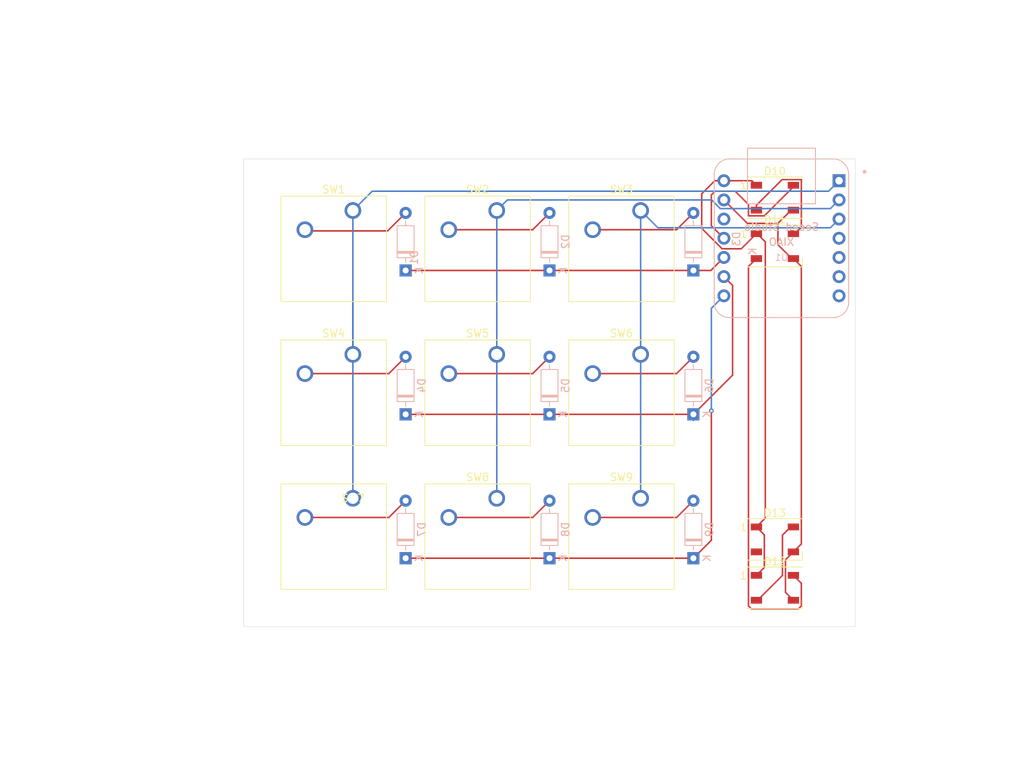
<source format=kicad_pcb>
(kicad_pcb (version 20240108) (generator "pcbnew") (generator_version "8.0")
  (layers (0 "F.Cu" signal) (31 "B.Cu" signal) (34 "B.Paste" user) (35 "F.Paste" user) (36 "B.SilkS" user "B.Silkscreen") (37 "F.SilkS" user "F.Silkscreen") (38 "B.Mask" user) (39 "F.Mask" user) (44 "Edge.Cuts" user))
  (net 0 "")
  (net 1 "Net-(D1-A)")
  (net 5 "Row 0")
  (net 6 "Net-(D11-DOUT)")
  (net 7 "Net-(D12-DOUT)")
  (net 8 "Net-(D2-A)")
  (net 9 "Net-(D3-A)")
  (net 10 "Net-(D4-A)")
  (net 11 "Row 1")
  (net 12 "Net-(D5-A)")
  (net 13 "Net-(D6-A)")
  (net 14 "Row 2")
  (net 15 "Net-(D7-A)")
  (net 16 "Net-(D8-A)")
  (net 17 "Net-(D9-A)")
  (net 18 "Col 0")
  (net 19 "Col 1")
  (net 20 "Col 2")
  (net 21 "GND")
  (net 22 "Net-(D10-DOUT)")
  (net 23 "VCC")
  (net 24 "WS2812B")
  (net 26 "SDA")
  (net 27 "SCL")
  (footprint "Button_Switch_Keyboard:SW_Cherry_MX_1.00u_PCB" (layer "F.Cu") (at 88.265 85.4075)
    (property "Reference" "SW7" (at 0 0 0) (layer "F.SilkS"))
    (property "Value" "SW_Push_45deg")
    (fp_line (start -9.525 -1.905) (end 4.445 -1.905) (stroke (width 0.12)) (layer "F.SilkS"))
    (fp_line (start -9.525 12.065) (end -9.525 -1.905) (stroke (width 0.12)) (layer "F.SilkS"))
    (fp_line (start 4.445 -1.905) (end 4.445 12.065) (stroke (width 0.12)) (layer "F.SilkS"))
    (fp_line (start 4.445 12.065) (end -9.525 12.065) (stroke (width 0.12)) (layer "F.SilkS"))
    (pad "" np_thru_hole circle (at -7.62 5.08) (size 1.7 1.7) (drill 1.7) (layers "*.Cu" "*.Mask"))
    (pad "" np_thru_hole circle (at -2.54 5.08) (size 4 4) (drill 4) (layers "*.Cu" "*.Mask"))
    (pad "" np_thru_hole circle (at 2.54 5.08) (size 1.7 1.7) (drill 1.7) (layers "*.Cu" "*.Mask"))
    (pad "1" thru_hole circle (at 0 0) (size 2.2 2.2) (drill 1.5) (layers "*.Cu" "*.Mask") (net 18 "Col 0"))
    (pad "2" thru_hole circle (at -6.35 2.54) (size 2.2 2.2) (drill 1.5) (layers "*.Cu" "*.Mask") (net 15 "Net-(D7-A)"))
  )
  (footprint "Button_Switch_Keyboard:SW_Cherry_MX_1.00u_PCB" (layer "F.Cu") (at 107.315 66.3575)
    (property "Reference" "SW5" (at -2.54 -2.794 0) (layer "F.SilkS"))
    (property "Value" "SW_Push_45deg")
    (fp_line (start -9.525 -1.905) (end 4.445 -1.905) (stroke (width 0.12)) (layer "F.SilkS"))
    (fp_line (start -9.525 12.065) (end -9.525 -1.905) (stroke (width 0.12)) (layer "F.SilkS"))
    (fp_line (start 4.445 -1.905) (end 4.445 12.065) (stroke (width 0.12)) (layer "F.SilkS"))
    (fp_line (start 4.445 12.065) (end -9.525 12.065) (stroke (width 0.12)) (layer "F.SilkS"))
    (pad "" np_thru_hole circle (at -7.62 5.08) (size 1.7 1.7) (drill 1.7) (layers "*.Cu" "*.Mask"))
    (pad "" np_thru_hole circle (at -2.54 5.08) (size 4 4) (drill 4) (layers "*.Cu" "*.Mask"))
    (pad "" np_thru_hole circle (at 2.54 5.08) (size 1.7 1.7) (drill 1.7) (layers "*.Cu" "*.Mask"))
    (pad "1" thru_hole circle (at 0 0) (size 2.2 2.2) (drill 1.5) (layers "*.Cu" "*.Mask") (net 19 "Col 1"))
    (pad "2" thru_hole circle (at -6.35 2.54) (size 2.2 2.2) (drill 1.5) (layers "*.Cu" "*.Mask") (net 12 "Net-(D5-A)"))
  )
  (footprint "LED_SMD:LED_WS2812B_PLCC4_5.0x5.0mm_P3.2mm" (layer "F.Cu") (at 144.14375 52.01875)
    (property "Reference" "D11" (at 0 -3.5 0) (layer "F.SilkS"))
    (property "Value" "WS2812B")
    (fp_line (start -3.65 -2.75) (end 3.65 -2.75) (stroke (width 0.12)) (layer "F.SilkS"))
    (fp_line (start -3.65 2.75) (end 3.65 2.75) (stroke (width 0.12)) (layer "F.SilkS"))
    (fp_line (start 3.65 2.75) (end 3.65 1.6) (stroke (width 0.12)) (layer "F.SilkS"))
    (fp_text user "1" (at -4.15 -1.6 0) (layer "F.SilkS"))
    (pad "1" smd rect (at -2.45 -1.65) (size 1.5 0.9) (layers "F.Cu" "F.Paste" "F.Mask") (net 23 "VCC"))
    (pad "2" smd rect (at -2.45 1.65) (size 1.5 0.9) (layers "F.Cu" "F.Paste" "F.Mask") (net 6 "Net-(D11-DOUT)"))
    (pad "3" smd rect (at 2.45 1.65) (size 1.5 0.9) (layers "F.Cu" "F.Paste" "F.Mask") (net 21 "GND"))
    (pad "4" smd rect (at 2.45 -1.65) (size 1.5 0.9) (layers "F.Cu" "F.Paste" "F.Mask") (net 22 "Net-(D10-DOUT)"))
  )
  (footprint "Button_Switch_Keyboard:SW_Cherry_MX_1.00u_PCB" (layer "F.Cu") (at 126.365 66.3575)
    (property "Reference" "SW6" (at -2.54 -2.794 0) (layer "F.SilkS"))
    (property "Value" "SW_Push_45deg")
    (fp_line (start -9.525 -1.905) (end 4.445 -1.905) (stroke (width 0.12)) (layer "F.SilkS"))
    (fp_line (start -9.525 12.065) (end -9.525 -1.905) (stroke (width 0.12)) (layer "F.SilkS"))
    (fp_line (start 4.445 -1.905) (end 4.445 12.065) (stroke (width 0.12)) (layer "F.SilkS"))
    (fp_line (start 4.445 12.065) (end -9.525 12.065) (stroke (width 0.12)) (layer "F.SilkS"))
    (pad "" np_thru_hole circle (at -7.62 5.08) (size 1.7 1.7) (drill 1.7) (layers "*.Cu" "*.Mask"))
    (pad "" np_thru_hole circle (at -2.54 5.08) (size 4 4) (drill 4) (layers "*.Cu" "*.Mask"))
    (pad "" np_thru_hole circle (at 2.54 5.08) (size 1.7 1.7) (drill 1.7) (layers "*.Cu" "*.Mask"))
    (pad "1" thru_hole circle (at 0 0) (size 2.2 2.2) (drill 1.5) (layers "*.Cu" "*.Mask") (net 20 "Col 2"))
    (pad "2" thru_hole circle (at -6.35 2.54) (size 2.2 2.2) (drill 1.5) (layers "*.Cu" "*.Mask") (net 13 "Net-(D6-A)"))
  )
  (footprint "Button_Switch_Keyboard:SW_Cherry_MX_1.00u_PCB" (layer "F.Cu") (at 88.265 47.3075)
    (property "Reference" "SW1" (at -2.54 -2.794 0) (layer "F.SilkS"))
    (property "Value" "SW_Push_45deg")
    (fp_line (start -9.525 -1.905) (end 4.445 -1.905) (stroke (width 0.12)) (layer "F.SilkS"))
    (fp_line (start -9.525 12.065) (end -9.525 -1.905) (stroke (width 0.12)) (layer "F.SilkS"))
    (fp_line (start 4.445 -1.905) (end 4.445 12.065) (stroke (width 0.12)) (layer "F.SilkS"))
    (fp_line (start 4.445 12.065) (end -9.525 12.065) (stroke (width 0.12)) (layer "F.SilkS"))
    (pad "" np_thru_hole circle (at -7.62 5.08) (size 1.7 1.7) (drill 1.7) (layers "*.Cu" "*.Mask"))
    (pad "" np_thru_hole circle (at -2.54 5.08) (size 4 4) (drill 4) (layers "*.Cu" "*.Mask"))
    (pad "" np_thru_hole circle (at 2.54 5.08) (size 1.7 1.7) (drill 1.7) (layers "*.Cu" "*.Mask"))
    (pad "1" thru_hole circle (at 0 0) (size 2.2 2.2) (drill 1.5) (layers "*.Cu" "*.Mask") (net 18 "Col 0"))
    (pad "2" thru_hole circle (at -6.35 2.54) (size 2.2 2.2) (drill 1.5) (layers "*.Cu" "*.Mask") (net 1 "Net-(D1-A)"))
  )
  (footprint "LED_SMD:LED_WS2812B_PLCC4_5.0x5.0mm_P3.2mm" (layer "F.Cu") (at 144.14375 90.85625)
    (property "Reference" "D13" (at 0 -3.5 0) (layer "F.SilkS"))
    (property "Value" "WS2812B")
    (fp_line (start -3.65 -2.75) (end 3.65 -2.75) (stroke (width 0.12)) (layer "F.SilkS"))
    (fp_line (start -3.65 2.75) (end 3.65 2.75) (stroke (width 0.12)) (layer "F.SilkS"))
    (fp_line (start 3.65 2.75) (end 3.65 1.6) (stroke (width 0.12)) (layer "F.SilkS"))
    (fp_text user "1" (at -4.15 -1.6 0) (layer "F.SilkS"))
    (pad "1" smd rect (at -2.45 -1.65) (size 1.5 0.9) (layers "F.Cu" "F.Paste" "F.Mask") (net 23 "VCC"))
    (pad "2" smd rect (at -2.45 1.65) (size 1.5 0.9) (layers "F.Cu" "F.Paste" "F.Mask"))
    (pad "3" smd rect (at 2.45 1.65) (size 1.5 0.9) (layers "F.Cu" "F.Paste" "F.Mask") (net 21 "GND"))
    (pad "4" smd rect (at 2.45 -1.65) (size 1.5 0.9) (layers "F.Cu" "F.Paste" "F.Mask") (net 7 "Net-(D12-DOUT)"))
  )
  (footprint "LED_SMD:LED_WS2812B_PLCC4_5.0x5.0mm_P3.2mm" (layer "F.Cu") (at 144.14375 45.6125)
    (property "Reference" "D10" (at 0 -3.5 0) (layer "F.SilkS"))
    (property "Value" "WS2812B")
    (fp_line (start -3.65 -2.75) (end 3.65 -2.75) (stroke (width 0.12)) (layer "F.SilkS"))
    (fp_line (start -3.65 2.75) (end 3.65 2.75) (stroke (width 0.12)) (layer "F.SilkS"))
    (fp_line (start 3.65 2.75) (end 3.65 1.6) (stroke (width 0.12)) (layer "F.SilkS"))
    (fp_text user "1" (at -4.15 -1.6 0) (layer "F.SilkS"))
    (pad "1" smd rect (at -2.45 -1.65) (size 1.5 0.9) (layers "F.Cu" "F.Paste" "F.Mask") (net 23 "VCC"))
    (pad "2" smd rect (at -2.45 1.65) (size 1.5 0.9) (layers "F.Cu" "F.Paste" "F.Mask") (net 22 "Net-(D10-DOUT)"))
    (pad "3" smd rect (at 2.45 1.65) (size 1.5 0.9) (layers "F.Cu" "F.Paste" "F.Mask") (net 21 "GND"))
    (pad "4" smd rect (at 2.45 -1.65) (size 1.5 0.9) (layers "F.Cu" "F.Paste" "F.Mask") (net 24 "WS2812B"))
  )
  (footprint "Button_Switch_Keyboard:SW_Cherry_MX_1.00u_PCB" (layer "F.Cu") (at 126.365 47.3075)
    (property "Reference" "SW3" (at -2.54 -2.794 0) (layer "F.SilkS"))
    (property "Value" "SW_Push_45deg")
    (fp_line (start -9.525 -1.905) (end 4.445 -1.905) (stroke (width 0.12)) (layer "F.SilkS"))
    (fp_line (start -9.525 12.065) (end -9.525 -1.905) (stroke (width 0.12)) (layer "F.SilkS"))
    (fp_line (start 4.445 -1.905) (end 4.445 12.065) (stroke (width 0.12)) (layer "F.SilkS"))
    (fp_line (start 4.445 12.065) (end -9.525 12.065) (stroke (width 0.12)) (layer "F.SilkS"))
    (pad "" np_thru_hole circle (at -7.62 5.08) (size 1.7 1.7) (drill 1.7) (layers "*.Cu" "*.Mask"))
    (pad "" np_thru_hole circle (at -2.54 5.08) (size 4 4) (drill 4) (layers "*.Cu" "*.Mask"))
    (pad "" np_thru_hole circle (at 2.54 5.08) (size 1.7 1.7) (drill 1.7) (layers "*.Cu" "*.Mask"))
    (pad "1" thru_hole circle (at 0 0) (size 2.2 2.2) (drill 1.5) (layers "*.Cu" "*.Mask") (net 20 "Col 2"))
    (pad "2" thru_hole circle (at -6.35 2.54) (size 2.2 2.2) (drill 1.5) (layers "*.Cu" "*.Mask") (net 9 "Net-(D3-A)"))
  )
  (footprint "Button_Switch_Keyboard:SW_Cherry_MX_1.00u_PCB" (layer "F.Cu") (at 107.315 85.4075)
    (property "Reference" "SW8" (at -2.54 -2.794 0) (layer "F.SilkS"))
    (property "Value" "SW_Push_45deg")
    (fp_line (start -9.525 -1.905) (end 4.445 -1.905) (stroke (width 0.12)) (layer "F.SilkS"))
    (fp_line (start -9.525 12.065) (end -9.525 -1.905) (stroke (width 0.12)) (layer "F.SilkS"))
    (fp_line (start 4.445 -1.905) (end 4.445 12.065) (stroke (width 0.12)) (layer "F.SilkS"))
    (fp_line (start 4.445 12.065) (end -9.525 12.065) (stroke (width 0.12)) (layer "F.SilkS"))
    (pad "" np_thru_hole circle (at -7.62 5.08) (size 1.7 1.7) (drill 1.7) (layers "*.Cu" "*.Mask"))
    (pad "" np_thru_hole circle (at -2.54 5.08) (size 4 4) (drill 4) (layers "*.Cu" "*.Mask"))
    (pad "" np_thru_hole circle (at 2.54 5.08) (size 1.7 1.7) (drill 1.7) (layers "*.Cu" "*.Mask"))
    (pad "1" thru_hole circle (at 0 0) (size 2.2 2.2) (drill 1.5) (layers "*.Cu" "*.Mask") (net 19 "Col 1"))
    (pad "2" thru_hole circle (at -6.35 2.54) (size 2.2 2.2) (drill 1.5) (layers "*.Cu" "*.Mask") (net 16 "Net-(D8-A)"))
  )
  (footprint "Button_Switch_Keyboard:SW_Cherry_MX_1.00u_PCB" (layer "F.Cu") (at 126.365 85.4075)
    (property "Reference" "SW9" (at -2.54 -2.794 0) (layer "F.SilkS"))
    (property "Value" "SW_Push_45deg")
    (fp_line (start -9.525 -1.905) (end 4.445 -1.905) (stroke (width 0.12)) (layer "F.SilkS"))
    (fp_line (start -9.525 12.065) (end -9.525 -1.905) (stroke (width 0.12)) (layer "F.SilkS"))
    (fp_line (start 4.445 -1.905) (end 4.445 12.065) (stroke (width 0.12)) (layer "F.SilkS"))
    (fp_line (start 4.445 12.065) (end -9.525 12.065) (stroke (width 0.12)) (layer "F.SilkS"))
    (pad "" np_thru_hole circle (at -7.62 5.08) (size 1.7 1.7) (drill 1.7) (layers "*.Cu" "*.Mask"))
    (pad "" np_thru_hole circle (at -2.54 5.08) (size 4 4) (drill 4) (layers "*.Cu" "*.Mask"))
    (pad "" np_thru_hole circle (at 2.54 5.08) (size 1.7 1.7) (drill 1.7) (layers "*.Cu" "*.Mask"))
    (pad "1" thru_hole circle (at 0 0) (size 2.2 2.2) (drill 1.5) (layers "*.Cu" "*.Mask") (net 20 "Col 2"))
    (pad "2" thru_hole circle (at -6.35 2.54) (size 2.2 2.2) (drill 1.5) (layers "*.Cu" "*.Mask") (net 17 "Net-(D9-A)"))
  )
  (footprint "LED_SMD:LED_WS2812B_PLCC4_5.0x5.0mm_P3.2mm" (layer "F.Cu") (at 144.14375 97.2625)
    (property "Reference" "D12" (at 0 -3.5 0) (layer "F.SilkS"))
    (property "Value" "WS2812B")
    (fp_line (start -3.65 -2.75) (end 3.65 -2.75) (stroke (width 0.12)) (layer "F.SilkS"))
    (fp_line (start -3.65 2.75) (end 3.65 2.75) (stroke (width 0.12)) (layer "F.SilkS"))
    (fp_line (start 3.65 2.75) (end 3.65 1.6) (stroke (width 0.12)) (layer "F.SilkS"))
    (fp_text user "1" (at -4.15 -1.6 0) (layer "F.SilkS"))
    (pad "1" smd rect (at -2.45 -1.65) (size 1.5 0.9) (layers "F.Cu" "F.Paste" "F.Mask") (net 23 "VCC"))
    (pad "2" smd rect (at -2.45 1.65) (size 1.5 0.9) (layers "F.Cu" "F.Paste" "F.Mask") (net 7 "Net-(D12-DOUT)"))
    (pad "3" smd rect (at 2.45 1.65) (size 1.5 0.9) (layers "F.Cu" "F.Paste" "F.Mask") (net 21 "GND"))
    (pad "4" smd rect (at 2.45 -1.65) (size 1.5 0.9) (layers "F.Cu" "F.Paste" "F.Mask") (net 6 "Net-(D11-DOUT)"))
  )
  (footprint "Button_Switch_Keyboard:SW_Cherry_MX_1.00u_PCB" (layer "F.Cu") (at 88.265 66.3575)
    (property "Reference" "SW4" (at -2.54 -2.794 0) (layer "F.SilkS"))
    (property "Value" "SW_Push_45deg")
    (fp_line (start -9.525 -1.905) (end 4.445 -1.905) (stroke (width 0.12)) (layer "F.SilkS"))
    (fp_line (start -9.525 12.065) (end -9.525 -1.905) (stroke (width 0.12)) (layer "F.SilkS"))
    (fp_line (start 4.445 -1.905) (end 4.445 12.065) (stroke (width 0.12)) (layer "F.SilkS"))
    (fp_line (start 4.445 12.065) (end -9.525 12.065) (stroke (width 0.12)) (layer "F.SilkS"))
    (pad "" np_thru_hole circle (at -7.62 5.08) (size 1.7 1.7) (drill 1.7) (layers "*.Cu" "*.Mask"))
    (pad "" np_thru_hole circle (at -2.54 5.08) (size 4 4) (drill 4) (layers "*.Cu" "*.Mask"))
    (pad "" np_thru_hole circle (at 2.54 5.08) (size 1.7 1.7) (drill 1.7) (layers "*.Cu" "*.Mask"))
    (pad "1" thru_hole circle (at 0 0) (size 2.2 2.2) (drill 1.5) (layers "*.Cu" "*.Mask") (net 18 "Col 0"))
    (pad "2" thru_hole circle (at -6.35 2.54) (size 2.2 2.2) (drill 1.5) (layers "*.Cu" "*.Mask") (net 10 "Net-(D4-A)"))
  )
  (footprint "Button_Switch_Keyboard:SW_Cherry_MX_1.00u_PCB" (layer "F.Cu") (at 107.315 47.3075)
    (property "Reference" "SW2" (at -2.54 -2.794 0) (layer "F.SilkS"))
    (property "Value" "SW_Push_45deg")
    (fp_line (start -9.525 -1.905) (end 4.445 -1.905) (stroke (width 0.12)) (layer "F.SilkS"))
    (fp_line (start -9.525 12.065) (end -9.525 -1.905) (stroke (width 0.12)) (layer "F.SilkS"))
    (fp_line (start 4.445 -1.905) (end 4.445 12.065) (stroke (width 0.12)) (layer "F.SilkS"))
    (fp_line (start 4.445 12.065) (end -9.525 12.065) (stroke (width 0.12)) (layer "F.SilkS"))
    (pad "" np_thru_hole circle (at -7.62 5.08) (size 1.7 1.7) (drill 1.7) (layers "*.Cu" "*.Mask"))
    (pad "" np_thru_hole circle (at -2.54 5.08) (size 4 4) (drill 4) (layers "*.Cu" "*.Mask"))
    (pad "" np_thru_hole circle (at 2.54 5.08) (size 1.7 1.7) (drill 1.7) (layers "*.Cu" "*.Mask"))
    (pad "1" thru_hole circle (at 0 0) (size 2.2 2.2) (drill 1.5) (layers "*.Cu" "*.Mask") (net 19 "Col 1"))
    (pad "2" thru_hole circle (at -6.35 2.54) (size 2.2 2.2) (drill 1.5) (layers "*.Cu" "*.Mask") (net 8 "Net-(D2-A)"))
  )
  (footprint "Diode_THT:D_DO-35_SOD27_P7.62mm_Horizontal" (layer "B.Cu") (at 95.25 93.345 90)
    (property "Reference" "D7" (at 3.81 2.12 90) (layer "B.SilkS") (effects (justify mirror)))
    (property "Value" "D")
    (fp_line (start 5.93 -1.12) (end 1.69 -1.12) (stroke (width 0.12)) (layer "B.SilkS"))
    (fp_line (start 2.53 -1.12) (end 2.53 1.12) (stroke (width 0.12)) (layer "B.SilkS"))
    (fp_line (start 2.41 -1.12) (end 2.41 1.12) (stroke (width 0.12)) (layer "B.SilkS"))
    (fp_line (start 2.29 -1.12) (end 2.29 1.12) (stroke (width 0.12)) (layer "B.SilkS"))
    (fp_line (start 1.69 -1.12) (end 1.69 1.12) (stroke (width 0.12)) (layer "B.SilkS"))
    (fp_line (start 5.93 0) (end 6.58 0) (stroke (width 0.12)) (layer "B.SilkS"))
    (fp_line (start 1.69 0) (end 1.04 0) (stroke (width 0.12)) (layer "B.SilkS"))
    (fp_line (start 5.93 1.12) (end 5.93 -1.12) (stroke (width 0.12)) (layer "B.SilkS"))
    (fp_line (start 1.69 1.12) (end 5.93 1.12) (stroke (width 0.12)) (layer "B.SilkS"))
    (fp_text user "K" (at 0 1.8 90) (layer "B.SilkS") (effects (justify mirror)))
    (pad "1" thru_hole rect (at 0 0 90) (size 1.6 1.6) (drill 0.8) (layers "*.Cu" "*.Mask") (net 14 "Row 2"))
    (pad "2" thru_hole oval (at 7.62 0 90) (size 1.6 1.6) (drill 0.8) (layers "*.Cu" "*.Mask") (net 15 "Net-(D7-A)"))
  )
  (footprint "Diode_THT:D_DO-35_SOD27_P7.62mm_Horizontal" (layer "B.Cu") (at 133.35 55.245 90)
    (property "Reference" "D3" (at 4.1725 5.70125 90) (layer "B.SilkS") (effects (justify mirror)))
    (property "Value" "D")
    (fp_line (start 5.93 -1.12) (end 1.69 -1.12) (stroke (width 0.12)) (layer "B.SilkS"))
    (fp_line (start 2.53 -1.12) (end 2.53 1.12) (stroke (width 0.12)) (layer "B.SilkS"))
    (fp_line (start 2.41 -1.12) (end 2.41 1.12) (stroke (width 0.12)) (layer "B.SilkS"))
    (fp_line (start 2.29 -1.12) (end 2.29 1.12) (stroke (width 0.12)) (layer "B.SilkS"))
    (fp_line (start 1.69 -1.12) (end 1.69 1.12) (stroke (width 0.12)) (layer "B.SilkS"))
    (fp_line (start 5.93 0) (end 6.58 0) (stroke (width 0.12)) (layer "B.SilkS"))
    (fp_line (start 1.69 0) (end 1.04 0) (stroke (width 0.12)) (layer "B.SilkS"))
    (fp_line (start 5.93 1.12) (end 5.93 -1.12) (stroke (width 0.12)) (layer "B.SilkS"))
    (fp_line (start 1.69 1.12) (end 5.93 1.12) (stroke (width 0.12)) (layer "B.SilkS"))
    (fp_text user "K" (at 2.53625 7.83125 90) (layer "B.SilkS") (effects (justify mirror)))
    (pad "1" thru_hole rect (at 0 0 90) (size 1.6 1.6) (drill 0.8) (layers "*.Cu" "*.Mask") (net 5 "Row 0"))
    (pad "2" thru_hole oval (at 7.62 0 90) (size 1.6 1.6) (drill 0.8) (layers "*.Cu" "*.Mask") (net 9 "Net-(D3-A)"))
  )
  (footprint "Diode_THT:D_DO-35_SOD27_P7.62mm_Horizontal" (layer "B.Cu") (at 114.3 93.345 90)
    (property "Reference" "D8" (at 3.81 2.12 90) (layer "B.SilkS") (effects (justify mirror)))
    (property "Value" "D")
    (fp_line (start 5.93 -1.12) (end 1.69 -1.12) (stroke (width 0.12)) (layer "B.SilkS"))
    (fp_line (start 2.53 -1.12) (end 2.53 1.12) (stroke (width 0.12)) (layer "B.SilkS"))
    (fp_line (start 2.41 -1.12) (end 2.41 1.12) (stroke (width 0.12)) (layer "B.SilkS"))
    (fp_line (start 2.29 -1.12) (end 2.29 1.12) (stroke (width 0.12)) (layer "B.SilkS"))
    (fp_line (start 1.69 -1.12) (end 1.69 1.12) (stroke (width 0.12)) (layer "B.SilkS"))
    (fp_line (start 5.93 0) (end 6.58 0) (stroke (width 0.12)) (layer "B.SilkS"))
    (fp_line (start 1.69 0) (end 1.04 0) (stroke (width 0.12)) (layer "B.SilkS"))
    (fp_line (start 5.93 1.12) (end 5.93 -1.12) (stroke (width 0.12)) (layer "B.SilkS"))
    (fp_line (start 1.69 1.12) (end 5.93 1.12) (stroke (width 0.12)) (layer "B.SilkS"))
    (fp_text user "K" (at 0 1.8 90) (layer "B.SilkS") (effects (justify mirror)))
    (pad "1" thru_hole rect (at 0 0 90) (size 1.6 1.6) (drill 0.8) (layers "*.Cu" "*.Mask") (net 14 "Row 2"))
    (pad "2" thru_hole oval (at 7.62 0 90) (size 1.6 1.6) (drill 0.8) (layers "*.Cu" "*.Mask") (net 16 "Net-(D8-A)"))
  )
  (footprint "Diode_THT:D_DO-35_SOD27_P7.62mm_Horizontal" (layer "B.Cu") (at 114.3 74.295 90)
    (property "Reference" "D5" (at 3.81 2.12 90) (layer "B.SilkS") (effects (justify mirror)))
    (property "Value" "D")
    (fp_line (start 5.93 -1.12) (end 1.69 -1.12) (stroke (width 0.12)) (layer "B.SilkS"))
    (fp_line (start 2.53 -1.12) (end 2.53 1.12) (stroke (width 0.12)) (layer "B.SilkS"))
    (fp_line (start 2.41 -1.12) (end 2.41 1.12) (stroke (width 0.12)) (layer "B.SilkS"))
    (fp_line (start 2.29 -1.12) (end 2.29 1.12) (stroke (width 0.12)) (layer "B.SilkS"))
    (fp_line (start 1.69 -1.12) (end 1.69 1.12) (stroke (width 0.12)) (layer "B.SilkS"))
    (fp_line (start 5.93 0) (end 6.58 0) (stroke (width 0.12)) (layer "B.SilkS"))
    (fp_line (start 1.69 0) (end 1.04 0) (stroke (width 0.12)) (layer "B.SilkS"))
    (fp_line (start 5.93 1.12) (end 5.93 -1.12) (stroke (width 0.12)) (layer "B.SilkS"))
    (fp_line (start 1.69 1.12) (end 5.93 1.12) (stroke (width 0.12)) (layer "B.SilkS"))
    (fp_text user "K" (at 0 1.8 90) (layer "B.SilkS") (effects (justify mirror)))
    (pad "1" thru_hole rect (at 0 0 90) (size 1.6 1.6) (drill 0.8) (layers "*.Cu" "*.Mask") (net 11 "Row 1"))
    (pad "2" thru_hole oval (at 7.62 0 90) (size 1.6 1.6) (drill 0.8) (layers "*.Cu" "*.Mask") (net 12 "Net-(D5-A)"))
  )
  (footprint "Diode_THT:D_DO-35_SOD27_P7.62mm_Horizontal" (layer "B.Cu") (at 133.35 74.295 90)
    (property "Reference" "D6" (at 3.81 2.12 90) (layer "B.SilkS") (effects (justify mirror)))
    (property "Value" "D")
    (fp_line (start 5.93 -1.12) (end 1.69 -1.12) (stroke (width 0.12)) (layer "B.SilkS"))
    (fp_line (start 2.53 -1.12) (end 2.53 1.12) (stroke (width 0.12)) (layer "B.SilkS"))
    (fp_line (start 2.41 -1.12) (end 2.41 1.12) (stroke (width 0.12)) (layer "B.SilkS"))
    (fp_line (start 2.29 -1.12) (end 2.29 1.12) (stroke (width 0.12)) (layer "B.SilkS"))
    (fp_line (start 1.69 -1.12) (end 1.69 1.12) (stroke (width 0.12)) (layer "B.SilkS"))
    (fp_line (start 5.93 0) (end 6.58 0) (stroke (width 0.12)) (layer "B.SilkS"))
    (fp_line (start 1.69 0) (end 1.04 0) (stroke (width 0.12)) (layer "B.SilkS"))
    (fp_line (start 5.93 1.12) (end 5.93 -1.12) (stroke (width 0.12)) (layer "B.SilkS"))
    (fp_line (start 1.69 1.12) (end 5.93 1.12) (stroke (width 0.12)) (layer "B.SilkS"))
    (fp_text user "K" (at 0 1.8 90) (layer "B.SilkS") (effects (justify mirror)))
    (pad "1" thru_hole rect (at 0 0 90) (size 1.6 1.6) (drill 0.8) (layers "*.Cu" "*.Mask") (net 11 "Row 1"))
    (pad "2" thru_hole oval (at 7.62 0 90) (size 1.6 1.6) (drill 0.8) (layers "*.Cu" "*.Mask") (net 13 "Net-(D6-A)"))
  )
  (footprint "Diode_THT:D_DO-35_SOD27_P7.62mm_Horizontal" (layer "B.Cu") (at 95.25 74.295 90)
    (property "Reference" "D4" (at 3.81 2.12 90) (layer "B.SilkS") (effects (justify mirror)))
    (property "Value" "D")
    (fp_line (start 5.93 -1.12) (end 1.69 -1.12) (stroke (width 0.12)) (layer "B.SilkS"))
    (fp_line (start 2.53 -1.12) (end 2.53 1.12) (stroke (width 0.12)) (layer "B.SilkS"))
    (fp_line (start 2.41 -1.12) (end 2.41 1.12) (stroke (width 0.12)) (layer "B.SilkS"))
    (fp_line (start 2.29 -1.12) (end 2.29 1.12) (stroke (width 0.12)) (layer "B.SilkS"))
    (fp_line (start 1.69 -1.12) (end 1.69 1.12) (stroke (width 0.12)) (layer "B.SilkS"))
    (fp_line (start 5.93 0) (end 6.58 0) (stroke (width 0.12)) (layer "B.SilkS"))
    (fp_line (start 1.69 0) (end 1.04 0) (stroke (width 0.12)) (layer "B.SilkS"))
    (fp_line (start 5.93 1.12) (end 5.93 -1.12) (stroke (width 0.12)) (layer "B.SilkS"))
    (fp_line (start 1.69 1.12) (end 5.93 1.12) (stroke (width 0.12)) (layer "B.SilkS"))
    (fp_text user "K" (at 0 1.8 90) (layer "B.SilkS") (effects (justify mirror)))
    (pad "1" thru_hole rect (at 0 0 90) (size 1.6 1.6) (drill 0.8) (layers "*.Cu" "*.Mask") (net 11 "Row 1"))
    (pad "2" thru_hole oval (at 7.62 0 90) (size 1.6 1.6) (drill 0.8) (layers "*.Cu" "*.Mask") (net 10 "Net-(D4-A)"))
  )
  (footprint "Diode_THT:D_DO-35_SOD27_P7.62mm_Horizontal" (layer "B.Cu") (at 95.25 55.245 90)
    (property "Reference" "D1" (at 1.69 1.12 90) (layer "B.SilkS") (effects (justify mirror)))
    (property "Value" "D")
    (fp_line (start 5.93 -1.12) (end 1.69 -1.12) (stroke (width 0.12)) (layer "B.SilkS"))
    (fp_line (start 2.53 -1.12) (end 2.53 1.12) (stroke (width 0.12)) (layer "B.SilkS"))
    (fp_line (start 2.41 -1.12) (end 2.41 1.12) (stroke (width 0.12)) (layer "B.SilkS"))
    (fp_line (start 2.29 -1.12) (end 2.29 1.12) (stroke (width 0.12)) (layer "B.SilkS"))
    (fp_line (start 1.69 -1.12) (end 1.69 1.12) (stroke (width 0.12)) (layer "B.SilkS"))
    (fp_line (start 5.93 0) (end 6.58 0) (stroke (width 0.12)) (layer "B.SilkS"))
    (fp_line (start 1.69 0) (end 1.04 0) (stroke (width 0.12)) (layer "B.SilkS"))
    (fp_line (start 5.93 1.12) (end 5.93 -1.12) (stroke (width 0.12)) (layer "B.SilkS"))
    (fp_line (start 1.69 1.12) (end 5.93 1.12) (stroke (width 0.12)) (layer "B.SilkS"))
    (fp_text user "K" (at 0 1.8 90) (layer "B.SilkS") (effects (justify mirror)))
    (pad "1" thru_hole rect (at 0 0 90) (size 1.6 1.6) (drill 0.8) (layers "*.Cu" "*.Mask") (net 5 "Row 0"))
    (pad "2" thru_hole oval (at 7.62 0 90) (size 1.6 1.6) (drill 0.8) (layers "*.Cu" "*.Mask") (net 1 "Net-(D1-A)"))
  )
  (footprint "Seeed Studio XIAO Series Library:XIAO-Generic-Thruhole-14P-2.54-21X17.8MM" (layer "B.Cu") (at 145.0125 50.98125 180)
    (property "Reference" "U1" (at 0 -2.54 0) (layer "B.SilkS") (effects (font (size 0.889 0.889) (thickness 0.1016)) (justify mirror)))
    (property "Value" "Seeed Studio XIAO SAMD21" (hide yes))
    (fp_line (start 8.9 8.5) (end 8.9 -8.5) (stroke (width 0.127)) (layer "B.SilkS"))
    (fp_line (start 6.9 -10.5) (end -6.9 -10.5) (stroke (width 0.127)) (layer "B.SilkS"))
    (fp_line (start 4.5 11.92403) (end -4.5 11.92403) (stroke (width 0.127)) (layer "B.SilkS"))
    (fp_line (start 4.5 4.57073) (end 4.5 11.92403) (stroke (width 0.127)) (layer "B.SilkS"))
    (fp_line (start -4.5 11.92403) (end -4.5 4.57073) (stroke (width 0.127)) (layer "B.SilkS"))
    (fp_line (start -4.5 4.57073) (end 4.5 4.57073) (stroke (width 0.127)) (layer "B.SilkS"))
    (fp_line (start -6.9 10.49909) (end 6.9 10.49909) (stroke (width 0.127)) (layer "B.SilkS"))
    (fp_line (start -8.9 -8.5) (end -8.9 8.5) (stroke (width 0.127)) (layer "B.SilkS"))
    (fp_arc (start 8.9 8.5) (mid 8.301494 9.901494) (end 6.9 10.5) (stroke (width 0.12)) (layer "B.SilkS"))
    (fp_arc (start 6.9 -10.5) (mid 8.314214 -9.914214) (end 8.9 -8.5) (stroke (width 0.12)) (layer "B.SilkS"))
    (fp_arc (start -6.9 10.5) (mid -8.301491 9.901491) (end -8.9 8.5) (stroke (width 0.12)) (layer "B.SilkS"))
    (fp_arc (start -8.9 -8.5) (mid -8.301423 -9.901423) (end -6.9 -10.5) (stroke (width 0.12)) (layer "B.SilkS"))
    (fp_circle (center -11 8.8) (end -11 9.054) (fill solid) (layer "B.SilkS"))
    (fp_poly (pts (xy -8.887715 8.561705) (xy -8.884667 8.610473) (xy -8.880603 8.659494)) (stroke (width 0.0254)) (fill none) (layer "B.SilkS"))
    (fp_poly (pts (xy 8.889492 -8.521574) (xy 8.887713 -8.57085) (xy 8.884665 -8.619618) (xy 8.880601 -8.668639) (xy 8.875268 -8.717407) (xy 8.868664 -8.766175) (xy 8.861044 -8.81469) (xy 8.852153 -8.86295) (xy 8.842248 -8.910955)) (stroke (width 0.0254)) (fill none) (layer "B.SilkS"))
    (fp_text user "XIAO" (at 0 -0.5 0) (layer "B.SilkS") (effects (justify mirror)))
    (fp_text user "Seeed Studio" (at 0 1.5 0) (layer "B.SilkS") (effects (justify mirror)))
    (pad "1" thru_hole rect (at -7.625 7.62 180) (size 1.7 1.7) (drill 1) (layers "*.Cu" "*.Mask") (net 18 "Col 0"))
    (pad "2" thru_hole circle (at -7.625 5.08 180) (size 1.7 1.7) (drill 1) (layers "*.Cu" "*.Mask") (net 19 "Col 1"))
    (pad "3" thru_hole circle (at -7.625 2.54 180) (size 1.7 1.7) (drill 1) (layers "*.Cu" "*.Mask") (net 20 "Col 2"))
    (pad "4" thru_hole circle (at -7.625 0 180) (size 1.7 1.7) (drill 1) (layers "*.Cu" "*.Mask"))
    (pad "5" thru_hole circle (at -7.625 -2.54 180) (size 1.7 1.7) (drill 1) (layers "*.Cu" "*.Mask") (net 26 "SDA"))
    (pad "6" thru_hole circle (at -7.625 -5.08) (size 1.7 1.7) (drill 1) (layers "*.Cu" "*.Mask") (net 27 "SCL"))
    (pad "7" thru_hole circle (at -7.625 -7.62 180) (size 1.7 1.7) (drill 1) (layers "*.Cu" "*.Mask"))
    (pad "8" thru_hole circle (at 7.625 -7.62 180) (size 1.7 1.7) (drill 1) (layers "*.Cu" "*.Mask") (net 14 "Row 2"))
    (pad "9" thru_hole circle (at 7.625 -5.08 180) (size 1.7 1.7) (drill 1) (layers "*.Cu" "*.Mask") (net 11 "Row 1"))
    (pad "10" thru_hole circle (at 7.625 -2.54 180) (size 1.7 1.7) (drill 1) (layers "*.Cu" "*.Mask") (net 5 "Row 0"))
    (pad "11" thru_hole circle (at 7.625 0 180) (size 1.7 1.7) (drill 1) (layers "*.Cu" "*.Mask") (net 24 "WS2812B"))
    (pad "12" thru_hole circle (at 7.625 2.54 180) (size 1.7 1.7) (drill 1) (layers "*.Cu" "*.Mask"))
    (pad "13" thru_hole circle (at 7.625 5.08 180) (size 1.7 1.7) (drill 1) (layers "*.Cu" "*.Mask") (net 21 "GND"))
    (pad "14" thru_hole circle (at 7.625 7.62 180) (size 1.7 1.7) (drill 1) (layers "*.Cu" "*.Mask") (net 23 "VCC"))
  )
  (footprint "Diode_THT:D_DO-35_SOD27_P7.62mm_Horizontal" (layer "B.Cu") (at 133.35 93.345 90)
    (property "Reference" "D9" (at 3.81 2.12 90) (layer "B.SilkS") (effects (justify mirror)))
    (property "Value" "D")
    (fp_line (start 5.93 -1.12) (end 1.69 -1.12) (stroke (width 0.12)) (layer "B.SilkS"))
    (fp_line (start 2.53 -1.12) (end 2.53 1.12) (stroke (width 0.12)) (layer "B.SilkS"))
    (fp_line (start 2.41 -1.12) (end 2.41 1.12) (stroke (width 0.12)) (layer "B.SilkS"))
    (fp_line (start 2.29 -1.12) (end 2.29 1.12) (stroke (width 0.12)) (layer "B.SilkS"))
    (fp_line (start 1.69 -1.12) (end 1.69 1.12) (stroke (width 0.12)) (layer "B.SilkS"))
    (fp_line (start 5.93 0) (end 6.58 0) (stroke (width 0.12)) (layer "B.SilkS"))
    (fp_line (start 1.69 0) (end 1.04 0) (stroke (width 0.12)) (layer "B.SilkS"))
    (fp_line (start 5.93 1.12) (end 5.93 -1.12) (stroke (width 0.12)) (layer "B.SilkS"))
    (fp_line (start 1.69 1.12) (end 5.93 1.12) (stroke (width 0.12)) (layer "B.SilkS"))
    (fp_text user "K" (at 0 1.8 90) (layer "B.SilkS") (effects (justify mirror)))
    (pad "1" thru_hole rect (at 0 0 90) (size 1.6 1.6) (drill 0.8) (layers "*.Cu" "*.Mask") (net 14 "Row 2"))
    (pad "2" thru_hole oval (at 7.62 0 90) (size 1.6 1.6) (drill 0.8) (layers "*.Cu" "*.Mask") (net 17 "Net-(D9-A)"))
  )
  (footprint "Diode_THT:D_DO-35_SOD27_P7.62mm_Horizontal" (layer "B.Cu") (at 114.3 55.245 90)
    (property "Reference" "D2" (at 3.81 2.12 90) (layer "B.SilkS") (effects (justify mirror)))
    (property "Value" "D")
    (fp_line (start 5.93 -1.12) (end 1.69 -1.12) (stroke (width 0.12)) (layer "B.SilkS"))
    (fp_line (start 2.53 -1.12) (end 2.53 1.12) (stroke (width 0.12)) (layer "B.SilkS"))
    (fp_line (start 2.41 -1.12) (end 2.41 1.12) (stroke (width 0.12)) (layer "B.SilkS"))
    (fp_line (start 2.29 -1.12) (end 2.29 1.12) (stroke (width 0.12)) (layer "B.SilkS"))
    (fp_line (start 1.69 -1.12) (end 1.69 1.12) (stroke (width 0.12)) (layer "B.SilkS"))
    (fp_line (start 5.93 0) (end 6.58 0) (stroke (width 0.12)) (layer "B.SilkS"))
    (fp_line (start 1.69 0) (end 1.04 0) (stroke (width 0.12)) (layer "B.SilkS"))
    (fp_line (start 5.93 1.12) (end 5.93 -1.12) (stroke (width 0.12)) (layer "B.SilkS"))
    (fp_line (start 1.69 1.12) (end 5.93 1.12) (stroke (width 0.12)) (layer "B.SilkS"))
    (fp_text user "K" (at 0 1.8 90) (layer "B.SilkS") (effects (justify mirror)))
    (pad "1" thru_hole rect (at 0 0 90) (size 1.6 1.6) (drill 0.8) (layers "*.Cu" "*.Mask") (net 5 "Row 0"))
    (pad "2" thru_hole oval (at 7.62 0 90) (size 1.6 1.6) (drill 0.8) (layers "*.Cu" "*.Mask") (net 8 "Net-(D2-A)"))
  )
  (gr_rect (start 73.81875 40.48125) (end 154.78125 102.39375) (stroke (width 0.05)) (fill none) (layer "Edge.Cuts"))
  (segment (start 81.915 49.8475) (end 82.07375 50.00625) (width 0.2) (layer "F.Cu") (net 1))
  (segment (start 92.86875 50.00625) (end 95.25 47.625) (width 0.2) (layer "F.Cu") (net 1))
  (segment (start 82.07375 50.00625) (end 92.86875 50.00625) (width 0.2) (layer "F.Cu") (net 1))
  (segment (start 95.25 55.245) (end 133.35 55.245) (width 0.2) (layer "F.Cu") (net 5))
  (segment (start 133.35 55.245) (end 135.66375 55.245) (width 0.2) (layer "F.Cu") (net 5))
  (segment (start 135.66375 55.245) (end 137.3875 53.52125) (width 0.2) (layer "F.Cu") (net 5))
  (segment (start 140.64375 99.6625) (end 140.64375 54.71875) (width 0.2) (layer "F.Cu") (net 6))
  (segment (start 147.25625 100.05) (end 141.03125 100.05) (width 0.2) (layer "F.Cu") (net 6))
  (segment (start 140.64375 54.71875) (end 141.69375 53.66875) (width 0.2) (layer "F.Cu") (net 6))
  (segment (start 141.03125 100.05) (end 140.64375 99.6625) (width 0.2) (layer "F.Cu") (net 6))
  (segment (start 147.64375 99.6625) (end 147.25625 100.05) (width 0.2) (layer "F.Cu") (net 6))
  (segment (start 146.59375 95.6125) (end 147.64375 96.6625) (width 0.2) (layer "F.Cu") (net 6))
  (segment (start 147.64375 96.6625) (end 147.64375 99.6625) (width 0.2) (layer "F.Cu") (net 6))
  (segment (start 141.69375 99.0675) (end 145.14375 95.6175) (width 0.2) (layer "F.Cu") (net 7))
  (segment (start 145.14375 95.6175) (end 145.14375 90.2875) (width 0.2) (layer "F.Cu") (net 7))
  (segment (start 145.14375 90.2875) (end 146.59375 88.8375) (width 0.2) (layer "F.Cu") (net 7))
  (segment (start 112.0775 49.8475) (end 114.3 47.625) (width 0.2) (layer "F.Cu") (net 8))
  (segment (start 100.965 49.8475) (end 112.0775 49.8475) (width 0.2) (layer "F.Cu") (net 8))
  (segment (start 131.1275 49.8475) (end 133.35 47.625) (width 0.2) (layer "F.Cu") (net 9))
  (segment (start 120.015 49.8475) (end 131.1275 49.8475) (width 0.2) (layer "F.Cu") (net 9))
  (segment (start 93.0275 68.8975) (end 95.25 66.675) (width 0.2) (layer "F.Cu") (net 10))
  (segment (start 81.915 68.8975) (end 93.0275 68.8975) (width 0.2) (layer "F.Cu") (net 10))
  (segment (start 133.35 74.295) (end 138.5375 69.1075) (width 0.2) (layer "F.Cu") (net 11))
  (segment (start 138.5375 57.21125) (end 137.3875 56.06125) (width 0.2) (layer "F.Cu") (net 11))
  (segment (start 138.5375 69.1075) (end 138.5375 57.21125) (width 0.2) (layer "F.Cu") (net 11))
  (segment (start 133.35 74.295) (end 133.35 75.09875) (width 0.2) (layer "F.Cu") (net 11))
  (segment (start 95.25 74.295) (end 133.35 74.295) (width 0.2) (layer "F.Cu") (net 11))
  (segment (start 100.965 68.8975) (end 112.0775 68.8975) (width 0.2) (layer "F.Cu") (net 12))
  (segment (start 112.0775 68.8975) (end 114.3 66.675) (width 0.2) (layer "F.Cu") (net 12))
  (segment (start 131.1275 68.8975) (end 133.35 66.675) (width 0.2) (layer "F.Cu") (net 13))
  (segment (start 120.015 68.8975) (end 131.1275 68.8975) (width 0.2) (layer "F.Cu") (net 13))
  (segment (start 133.35 93.345) (end 135.73125 90.96375) (width 0.2) (layer "F.Cu") (net 14))
  (segment (start 95.25 93.345) (end 133.35 93.345) (width 0.2) (layer "F.Cu") (net 14))
  (segment (start 135.73125 90.96375) (end 135.73125 73.81875) (width 0.2) (layer "F.Cu") (net 14))
  (via (at 135.73125 73.81875) (size 0.6) (drill 0.3) (layers "F.Cu" "B.Cu") (net 14))
  (segment (start 135.73125 60.2575) (end 137.3875 58.60125) (width 0.2) (layer "B.Cu") (net 14))
  (segment (start 135.73125 73.81875) (end 135.73125 60.2575) (width 0.2) (layer "B.Cu") (net 14))
  (segment (start 81.915 87.9475) (end 93.0275 87.9475) (width 0.2) (layer "F.Cu") (net 15))
  (segment (start 93.0275 87.9475) (end 95.25 85.725) (width 0.2) (layer "F.Cu") (net 15))
  (segment (start 100.965 87.9475) (end 112.0775 87.9475) (width 0.2) (layer "F.Cu") (net 16))
  (segment (start 112.0775 87.9475) (end 114.3 85.725) (width 0.2) (layer "F.Cu") (net 16))
  (segment (start 131.1275 87.9475) (end 133.35 85.725) (width 0.2) (layer "F.Cu") (net 17))
  (segment (start 120.015 87.9475) (end 131.1275 87.9475) (width 0.2) (layer "F.Cu") (net 17))
  (segment (start 151.2475 44.75125) (end 152.6375 43.36125) (width 0.2) (layer "B.Cu") (net 18))
  (segment (start 88.265 47.3075) (end 90.82125 44.75125) (width 0.2) (layer "B.Cu") (net 18))
  (segment (start 90.82125 44.75125) (end 151.2475 44.75125) (width 0.2) (layer "B.Cu") (net 18))
  (segment (start 88.265 66.3575) (end 88.265 59.3725) (width 0.2) (layer "B.Cu") (net 18))
  (segment (start 88.265 47.3075) (end 88.265 85.4075) (width 0.2) (layer "B.Cu") (net 18))
  (segment (start 107.315 47.3075) (end 107.315 85.4075) (width 0.2) (layer "B.Cu") (net 19))
  (segment (start 136.911154 47.05125) (end 151.4875 47.05125) (width 0.2) (layer "B.Cu") (net 19))
  (segment (start 107.315 66.3575) (end 107.315 70.654098) (width 0.2) (layer "B.Cu") (net 19))
  (segment (start 108.715 45.9075) (end 135.767404 45.9075) (width 0.2) (layer "B.Cu") (net 19))
  (segment (start 107.315 47.3075) (end 108.715 45.9075) (width 0.2) (layer "B.Cu") (net 19))
  (segment (start 151.4875 47.05125) (end 152.6375 45.90125) (width 0.2) (layer "B.Cu") (net 19))
  (segment (start 135.767404 45.9075) (end 136.911154 47.05125) (width 0.2) (layer "B.Cu") (net 19))
  (segment (start 126.365 47.3075) (end 128.64875 49.59125) (width 0.2) (layer "B.Cu") (net 20))
  (segment (start 128.64875 49.59125) (end 151.4875 49.59125) (width 0.2) (layer "B.Cu") (net 20))
  (segment (start 126.365 47.3075) (end 126.365 85.4075) (width 0.2) (layer "B.Cu") (net 20))
  (segment (start 151.4875 49.59125) (end 152.6375 48.44125) (width 0.2) (layer "B.Cu") (net 20))
  (segment (start 146.29375 47.2625) (end 144.54375 49.0125) (width 0.2) (layer "F.Cu") (net 21))
  (segment (start 145.54375 97.8625) (end 145.54375 93.55625) (width 0.2) (layer "F.Cu") (net 21))
  (segment (start 147.64375 91.45625) (end 147.64375 54.71875) (width 0.2) (layer "F.Cu") (net 21))
  (segment (start 140.49875 49.0125) (end 144.54375 49.0125) (width 0.2) (layer "F.Cu") (net 21))
  (segment (start 146.59375 92.50625) (end 147.64375 91.45625) (width 0.2) (layer "F.Cu") (net 21))
  (segment (start 146.59375 47.2625) (end 146.29375 47.2625) (width 0.2) (layer "F.Cu") (net 21))
  (segment (start 137.3875 45.90125) (end 140.49875 49.0125) (width 0.2) (layer "F.Cu") (net 21))
  (segment (start 146.59375 98.9125) (end 145.54375 97.8625) (width 0.2) (layer "F.Cu") (net 21))
  (segment (start 144.54375 51.8325) (end 146.59375 53.8825) (width 0.2) (layer "F.Cu") (net 21))
  (segment (start 145.54375 93.55625) (end 146.59375 92.50625) (width 0.2) (layer "F.Cu") (net 21))
  (segment (start 147.64375 54.71875) (end 146.59375 53.66875) (width 0.2) (layer "F.Cu") (net 21))
  (segment (start 144.54375 49.0125) (end 144.54375 51.8325) (width 0.2) (layer "F.Cu") (net 21))
  (segment (start 147.64375 49.5325) (end 146.59375 50.5825) (width 0.2) (layer "F.Cu") (net 22))
  (segment (start 141.69375 46.6125) (end 145.09375 43.2125) (width 0.2) (layer "F.Cu") (net 22))
  (segment (start 147.64375 43.2125) (end 147.64375 49.5325) (width 0.2) (layer "F.Cu") (net 22))
  (segment (start 145.09375 43.2125) (end 147.64375 43.2125) (width 0.2) (layer "F.Cu") (net 22))
  (segment (start 141.69375 47.2625) (end 141.69375 46.6125) (width 0.2) (layer "F.Cu") (net 22))
  (segment (start 141.69375 89.20625) (end 142.875 88.025) (width 0.2) (layer "F.Cu") (net 23))
  (segment (start 141.99375 50.5825) (end 142.875 51.46375) (width 0.2) (layer "F.Cu") (net 23))
  (segment (start 141.69375 50.5825) (end 141.99375 50.5825) (width 0.2) (layer "F.Cu") (net 23))
  (segment (start 142.74375 90.25625) (end 142.74375 94.5625) (width 0.2) (layer "F.Cu") (net 23))
  (segment (start 137.3875 43.36125) (end 141.0925 43.36125) (width 0.2) (layer "F.Cu") (net 23))
  (segment (start 142.875 88.025) (end 142.875 51.46375) (width 0.2) (layer "F.Cu") (net 23))
  (segment (start 134.45 45.096669) (end 136.185419 43.36125) (width 0.2) (layer "F.Cu") (net 23))
  (segment (start 136.185419 43.36125) (end 137.3875 43.36125) (width 0.2) (layer "F.Cu") (net 23))
  (segment (start 134.45 49.670096) (end 134.45 45.096669) (width 0.2) (layer "F.Cu") (net 23))
  (segment (start 137.151154 52.37125) (end 134.45 49.670096) (width 0.2) (layer "F.Cu") (net 23))
  (segment (start 141.0925 43.36125) (end 141.69375 43.9625) (width 0.2) (layer "F.Cu") (net 23))
  (segment (start 142.74375 94.5625) (end 141.69375 95.6125) (width 0.2) (layer "F.Cu") (net 23))
  (segment (start 139.69125 52.37125) (end 137.151154 52.37125) (width 0.2) (layer "F.Cu") (net 23))
  (segment (start 141.69375 50.36875) (end 139.69125 52.37125) (width 0.2) (layer "F.Cu") (net 23))
  (segment (start 141.69375 89.20625) (end 142.74375 90.25625) (width 0.2) (layer "F.Cu") (net 23))
  (segment (start 135.73125 45.24375) (end 136.22375 44.75125) (width 0.2) (layer "F.Cu") (net 24))
  (segment (start 137.3875 50.98125) (end 135.73125 49.325) (width 0.2) (layer "F.Cu") (net 24))
  (segment (start 140.64375 46.5125) (end 140.64375 48.0125) (width 0.2) (layer "F.Cu") (net 24))
  (segment (start 135.73125 49.325) (end 135.73125 45.24375) (width 0.2) (layer "F.Cu") (net 24))
  (segment (start 136.22375 44.75125) (end 138.8825 44.75125) (width 0.2) (layer "F.Cu") (net 24))
  (segment (start 146.59375 44.1625) (end 146.59375 43.9625) (width 0.2) (layer "F.Cu") (net 24))
  (segment (start 140.64375 48.0125) (end 142.74375 48.0125) (width 0.2) (layer "F.Cu") (net 24))
  (segment (start 142.74375 48.0125) (end 146.59375 44.1625) (width 0.2) (layer "F.Cu") (net 24))
  (segment (start 138.8825 44.75125) (end 140.64375 46.5125) (width 0.2) (layer "F.Cu") (net 24))
)
</source>
